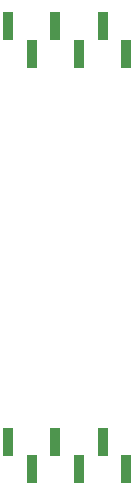
<source format=gbp>
G04 #@! TF.GenerationSoftware,KiCad,Pcbnew,(6.0.2-0)*
G04 #@! TF.CreationDate,2022-12-29T00:03:25+01:00*
G04 #@! TF.ProjectId,nixie-panel,6e697869-652d-4706-916e-656c2e6b6963,rev?*
G04 #@! TF.SameCoordinates,Original*
G04 #@! TF.FileFunction,Paste,Bot*
G04 #@! TF.FilePolarity,Positive*
%FSLAX46Y46*%
G04 Gerber Fmt 4.6, Leading zero omitted, Abs format (unit mm)*
G04 Created by KiCad (PCBNEW (6.0.2-0)) date 2022-12-29 00:03:25*
%MOMM*%
%LPD*%
G01*
G04 APERTURE LIST*
%ADD10R,0.850000X2.350000*%
G04 APERTURE END LIST*
D10*
G04 #@! TO.C,J1*
X55600000Y-23325000D03*
X57600000Y-25675000D03*
X59600000Y-23325000D03*
X61600000Y-25675000D03*
X63600000Y-23325000D03*
X65600000Y-25675000D03*
G04 #@! TD*
G04 #@! TO.C,J2*
X65600000Y-60875000D03*
X63600000Y-58525000D03*
X61600000Y-60875000D03*
X59600000Y-58525000D03*
X57600000Y-60875000D03*
X55600000Y-58525000D03*
G04 #@! TD*
M02*

</source>
